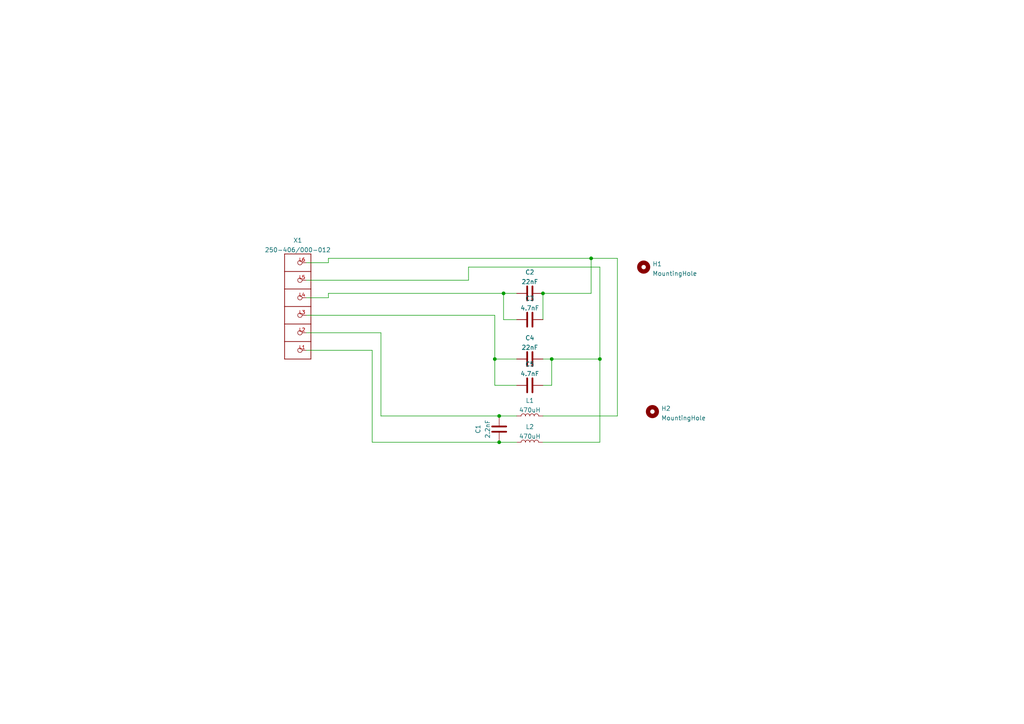
<source format=kicad_sch>
(kicad_sch (version 20211123) (generator eeschema)
  (paper "A4")
  (lib_symbols
    (symbol "250-406_000-012:250-406{brace}slash}000-012" (pin_names (offset 1.016) hide)
      (property "Reference" "X" (at -3.9116 17.4498 0))
      (property "Value" "250-406{brace}slash}000-012" (at -3.81 -20.3962 0))
      (symbol "250-406{brace}slash}000-012_0_0"
        (polyline (pts (xy -3.81 -15.24) (xy 3.81 -15.24)) (stroke (width 0.2032)))
        (polyline (pts (xy -3.81 -10.16) (xy -3.81 -15.24)) (stroke (width 0.2032)))
        (polyline (pts (xy -3.81 -10.16) (xy -3.81 -5.08)) (stroke (width 0.2032)))
        (polyline (pts (xy -3.81 -5.08) (xy 3.81 -5.08)) (stroke (width 0.2032)))
        (polyline (pts (xy -3.81 0) (xy -3.81 -5.08)) (stroke (width 0.2032)))
        (polyline (pts (xy -3.81 0) (xy -3.81 5.08)) (stroke (width 0.2032)))
        (polyline (pts (xy -3.81 5.08) (xy 3.81 5.08)) (stroke (width 0.2032)))
        (polyline (pts (xy -3.81 10.16) (xy -3.81 5.08)) (stroke (width 0.2032)))
        (polyline (pts (xy -3.81 10.16) (xy -3.81 15.24)) (stroke (width 0.2032)))
        (polyline (pts (xy -3.81 15.24) (xy 3.81 15.24)) (stroke (width 0.2032)))
        (polyline (pts (xy 3.81 -15.24) (xy 3.81 -10.16)) (stroke (width 0.2032)))
        (polyline (pts (xy 3.81 -10.16) (xy -3.81 -10.16)) (stroke (width 0.2032)))
        (polyline (pts (xy 3.81 -5.08) (xy 3.81 -10.16)) (stroke (width 0.2032)))
        (polyline (pts (xy 3.81 -5.08) (xy 3.81 0)) (stroke (width 0.2032)))
        (polyline (pts (xy 3.81 0) (xy -3.81 0)) (stroke (width 0.2032)))
        (polyline (pts (xy 3.81 5.08) (xy 3.81 0)) (stroke (width 0.2032)))
        (polyline (pts (xy 3.81 5.08) (xy 3.81 10.16)) (stroke (width 0.2032)))
        (polyline (pts (xy 3.81 10.16) (xy -3.81 10.16)) (stroke (width 0.2032)))
        (polyline (pts (xy 3.81 15.24) (xy 3.81 10.16)) (stroke (width 0.2032)))
        (pin bidirectional inverted (at -2.54 12.7 0) (length 2.54) (name "~") (number "L1"))
        (pin bidirectional inverted (at -2.54 7.62 0) (length 2.54) (name "~") (number "L2"))
        (pin bidirectional inverted (at -2.54 2.54 0) (length 2.54) (name "~") (number "L3"))
        (pin bidirectional inverted (at -2.54 -2.54 0) (length 2.54) (name "~") (number "L4"))
        (pin bidirectional inverted (at -2.54 -7.62 0) (length 2.54) (name "~") (number "L5"))
        (pin bidirectional inverted (at -2.54 -12.7 0) (length 2.54) (name "~") (number "L6"))
      )
    )
    (symbol "Device:C" (pin_numbers hide) (pin_names (offset 0.254))
      (property "Reference" "C" (at 0.635 2.54 0))
      (property "Value" "C" (at 0.635 -2.54 0))
      (symbol "C_0_1"
        (polyline (pts (xy -2.032 -0.762) (xy 2.032 -0.762)) (stroke (width 0.508)))
        (polyline (pts (xy -2.032 0.762) (xy 2.032 0.762)) (stroke (width 0.508)))
      )
      (symbol "C_1_1"
        (pin passive line (at 0 3.81 270) (length 2.794) (name "~") (number "1"))
        (pin passive line (at 0 -3.81 90) (length 2.794) (name "~") (number "2"))
      )
    )
    (symbol "Device:L" (pin_numbers hide) (pin_names (offset 1.016) hide)
      (property "Reference" "L" (at -1.27 0 90))
      (property "Value" "L" (at 1.905 0 90))
      (symbol "L_0_1"
        (arc (start 0 -2.54) (mid 0.635 -1.905) (end 0 -1.27))
        (arc (start 0 -1.27) (mid 0.635 -0.635) (end 0 0))
        (arc (start 0 0) (mid 0.635 0.635) (end 0 1.27))
        (arc (start 0 1.27) (mid 0.635 1.905) (end 0 2.54))
      )
      (symbol "L_1_1"
        (pin passive line (at 0 3.81 270) (length 1.27) (name "1") (number "1"))
        (pin passive line (at 0 -3.81 90) (length 1.27) (name "2") (number "2"))
      )
    )
    (symbol "Mechanical:MountingHole" (pin_names (offset 1.016))
      (property "Reference" "H" (at 0 5.08 0))
      (property "Value" "MountingHole" (at 0 3.175 0))
      (symbol "MountingHole_0_1"
        (circle (center 0 0) (radius 1.27) (stroke (width 1.27)))
      )
    )
  )
  (junction (at 144.78 128.27))
  (junction (at 171.45 74.93))
  (junction (at 160.02 104.14))
  (junction (at 146.05 85.09))
  (junction (at 143.51 104.14))
  (junction (at 144.78 120.65))
  (junction (at 157.48 85.09))
  (junction (at 173.99 104.14))
  (wire (pts (xy 157.48 128.27) (xy 173.99 128.27)))
  (wire (pts (xy 107.95 101.6) (xy 107.95 128.27)))
  (wire (pts (xy 144.78 120.65) (xy 110.49 120.65)))
  (wire (pts (xy 157.48 120.65) (xy 179.07 120.65)))
  (wire (pts (xy 110.49 120.65) (xy 110.49 96.52)))
  (wire (pts (xy 143.51 104.14) (xy 149.86 104.14)))
  (wire (pts (xy 95.25 74.93) (xy 95.25 76.2)))
  (wire (pts (xy 144.78 128.27) (xy 149.86 128.27)))
  (wire (pts (xy 149.86 111.76) (xy 143.51 111.76)))
  (wire (pts (xy 173.99 77.47) (xy 173.99 104.14)))
  (wire (pts (xy 95.25 85.09) (xy 95.25 86.36)))
  (wire (pts (xy 144.78 128.27) (xy 107.95 128.27)))
  (wire (pts (xy 157.48 85.09) (xy 157.48 92.71)))
  (wire (pts (xy 88.9 101.6) (xy 107.95 101.6)))
  (wire (pts (xy 160.02 104.14) (xy 160.02 111.76)))
  (wire (pts (xy 160.02 104.14) (xy 173.99 104.14)))
  (wire (pts (xy 88.9 91.44) (xy 143.51 91.44)))
  (wire (pts (xy 173.99 104.14) (xy 173.99 128.27)))
  (wire (pts (xy 179.07 120.65) (xy 179.07 74.93)))
  (wire (pts (xy 95.25 86.36) (xy 88.9 86.36)))
  (wire (pts (xy 157.48 111.76) (xy 160.02 111.76)))
  (wire (pts (xy 171.45 74.93) (xy 171.45 85.09)))
  (wire (pts (xy 110.49 96.52) (xy 88.9 96.52)))
  (wire (pts (xy 88.9 81.28) (xy 135.89 81.28)))
  (wire (pts (xy 144.78 120.65) (xy 149.86 120.65)))
  (wire (pts (xy 146.05 85.09) (xy 95.25 85.09)))
  (wire (pts (xy 146.05 85.09) (xy 149.86 85.09)))
  (wire (pts (xy 95.25 74.93) (xy 171.45 74.93)))
  (wire (pts (xy 149.86 92.71) (xy 146.05 92.71)))
  (wire (pts (xy 157.48 85.09) (xy 171.45 85.09)))
  (wire (pts (xy 157.48 104.14) (xy 160.02 104.14)))
  (wire (pts (xy 135.89 81.28) (xy 135.89 77.47)))
  (wire (pts (xy 143.51 91.44) (xy 143.51 104.14)))
  (wire (pts (xy 146.05 92.71) (xy 146.05 85.09)))
  (wire (pts (xy 135.89 77.47) (xy 173.99 77.47)))
  (wire (pts (xy 95.25 76.2) (xy 88.9 76.2)))
  (wire (pts (xy 179.07 74.93) (xy 171.45 74.93)))
  (wire (pts (xy 143.51 111.76) (xy 143.51 104.14)))
  (symbol (lib_id "Device:L") (at 153.67 128.27 90) (unit 1)
    (property "Reference" "L2" (at 153.67 123.7955 90))
    (property "Value" "470uH" (at 153.67 126.5706 90))
    (property "Footprint" "Inductor_THT:L_Radial_D9.5mm_P5.00mm_Fastron_07HVP" (effects hide))
  )
  (symbol (lib_id "Device:C") (at 153.67 111.76 90) (unit 1)
    (property "Reference" "C5" (at 153.67 105.6345 90))
    (property "Value" "4.7nF" (at 153.67 108.4096 90))
    (property "Footprint" "Capacitor_THT:C_Disc_D11.0mm_W5.0mm_P5.00mm" (effects hide))
  )
  (symbol (lib_id "Device:C") (at 153.67 85.09 90) (unit 1)
    (property "Reference" "C2" (at 153.67 78.9645 90))
    (property "Value" "22nF" (at 153.67 81.7396 90))
    (property "Footprint" "Capacitor_THT:C_Rect_L7.2mm_W8.5mm_P5.00mm_FKP2_FKP2_MKS2_MKP2" (effects hide))
  )
  (symbol (lib_id "Device:C") (at 153.67 104.14 90) (unit 1)
    (property "Reference" "C4" (at 153.67 98.0145 90))
    (property "Value" "22nF" (at 153.67 100.7896 90))
    (property "Footprint" "Capacitor_THT:C_Rect_L7.2mm_W8.5mm_P5.00mm_FKP2_FKP2_MKS2_MKP2" (effects hide))
  )
  (symbol (lib_id "Mechanical:MountingHole") (at 189.23 119.38 0) (unit 1)
    (property "Reference" "H2" (at 191.77 118.4715 0) (effects (justify left)))
    (property "Value" "MountingHole" (at 191.77 121.2466 0) (effects (justify left)))
    (property "Footprint" "MountingHole:MountingHole_3.2mm_M3_DIN965_Pad_TopBottom" (effects hide))
  )
  (symbol (lib_id "Device:C") (at 153.67 92.71 90) (unit 1)
    (property "Reference" "C3" (at 153.67 86.5845 90))
    (property "Value" "4.7nF" (at 153.67 89.3596 90))
    (property "Footprint" "Capacitor_THT:C_Disc_D11.0mm_W5.0mm_P5.00mm" (effects hide))
  )
  (symbol (lib_id "250-406_000-012:250-406{brace}slash}000-012") (at 86.36 88.9 180) (unit 1)
    (property "Reference" "X1" (at 86.36 69.7189 0))
    (property "Value" "250-406{slash}000-012" (at 86.36 72.494 0))
    (property "Footprint" "wago:P-250-406" (effects hide))
  )
  (symbol (lib_id "Mechanical:MountingHole") (at 186.69 77.47 0) (unit 1)
    (property "Reference" "H1" (at 189.23 76.5615 0) (effects (justify left)))
    (property "Value" "MountingHole" (at 189.23 79.3366 0) (effects (justify left)))
    (property "Footprint" "MountingHole:MountingHole_3.2mm_M3_DIN965_Pad_TopBottom" (effects hide))
  )
  (symbol (lib_id "Device:L") (at 153.67 120.65 90) (unit 1)
    (property "Reference" "L1" (at 153.67 116.1755 90))
    (property "Value" "470uH" (at 153.67 118.9506 90))
    (property "Footprint" "Inductor_THT:L_Radial_D9.5mm_P5.00mm_Fastron_07HVP" (effects hide))
  )
  (symbol (lib_id "Device:C") (at 144.78 124.46 180) (unit 1)
    (property "Reference" "C1" (at 138.6545 124.46 90))
    (property "Value" "2.2nF" (at 141.4296 124.46 90))
    (property "Footprint" "Capacitor_THT:C_Disc_D11.0mm_W5.0mm_P5.00mm" (effects hide))
  )
)
</source>
